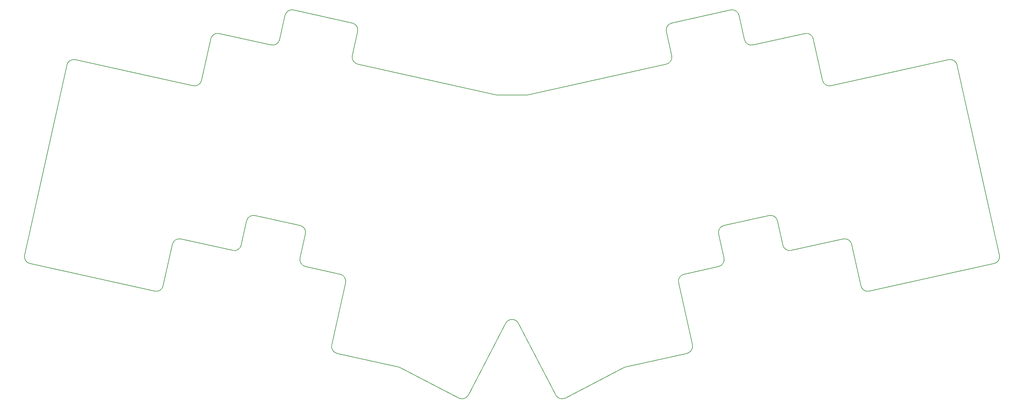
<source format=gbr>
%TF.GenerationSoftware,KiCad,Pcbnew,8.0.7*%
%TF.CreationDate,2025-03-02T16:24:29+01:00*%
%TF.ProjectId,pcb-adjusted,7063622d-6164-46a7-9573-7465642e6b69,v1.0.0*%
%TF.SameCoordinates,Original*%
%TF.FileFunction,Profile,NP*%
%FSLAX46Y46*%
G04 Gerber Fmt 4.6, Leading zero omitted, Abs format (unit mm)*
G04 Created by KiCad (PCBNEW 8.0.7) date 2025-03-02 16:24:29*
%MOMM*%
%LPD*%
G01*
G04 APERTURE LIST*
%TA.AperFunction,Profile*%
%ADD10C,0.150000*%
%TD*%
G04 APERTURE END LIST*
D10*
X143347793Y-98428983D02*
G75*
G02*
X140962323Y-99948684I-1952569J432859D01*
G01*
X302260060Y-154736440D02*
G75*
G02*
X304645515Y-156256154I432874J-1952579D01*
G01*
X276798287Y-99948695D02*
G75*
G02*
X274412855Y-98428974I-432854J1952579D01*
G01*
X205016808Y-114100668D02*
G75*
G02*
X204583920Y-114053246I27J1999741D01*
G01*
X136430994Y-148109534D02*
X149122849Y-150923249D01*
X134045531Y-149629246D02*
G75*
G02*
X136430996Y-148109526I1952597J-432879D01*
G01*
X283715080Y-149629241D02*
X285230153Y-156463325D01*
X160410143Y-164692657D02*
G75*
G02*
X161929792Y-167078118I-432897J-1952549D01*
G01*
X210654329Y-178542209D02*
X221205535Y-198810910D01*
X150642560Y-153308726D02*
X149127482Y-160142796D01*
X213176687Y-114053263D02*
G75*
G02*
X212743808Y-114100672I-432857J1952349D01*
G01*
X207106284Y-178542204D02*
G75*
G02*
X210654371Y-178542187I1774048J-923515D01*
G01*
X257350446Y-164692661D02*
X267113414Y-162528265D01*
X259726653Y-184651462D02*
G75*
G02*
X258206939Y-187036938I-1952622J-432864D01*
G01*
X252395515Y-96140131D02*
G75*
G02*
X253915211Y-93754609I1952622J432905D01*
G01*
X85755597Y-104098122D02*
X118949663Y-111457065D01*
X281329609Y-148109531D02*
G75*
G02*
X283715136Y-149629229I432927J-1952593D01*
G01*
X165369718Y-105359684D02*
X204583917Y-114053261D01*
X291442718Y-96702096D02*
G75*
G02*
X293828257Y-98221791I432920J-1952620D01*
G01*
X213176687Y-114053263D02*
X252390877Y-105359681D01*
X150647188Y-162528260D02*
X160410143Y-164692657D01*
X205016808Y-114100668D02*
X212743808Y-114100667D01*
X144862879Y-91594908D02*
G75*
G02*
X147248326Y-90075264I1952555J-432917D01*
G01*
X140962320Y-99948697D02*
X126317883Y-96702091D01*
X268637757Y-150923257D02*
X281329609Y-148109531D01*
X223903057Y-199661437D02*
X240464325Y-191040187D01*
X177296286Y-191040177D02*
X193857543Y-199661421D01*
X346294656Y-159314127D02*
G75*
G02*
X344774955Y-161699639I-1952634J-432888D01*
G01*
X123932411Y-98221811D02*
G75*
G02*
X126317883Y-96702091I1952616J-432907D01*
G01*
X196555074Y-198810905D02*
X207106277Y-178542207D01*
X158033954Y-184651459D02*
X161929865Y-167078134D01*
X298810937Y-111457070D02*
G75*
G02*
X296425466Y-109937368I-432909J1952548D01*
G01*
X110517792Y-167971706D02*
G75*
G02*
X108132330Y-169491372I-1952558J432888D01*
G01*
X83370125Y-105617838D02*
G75*
G02*
X85755598Y-104098118I1952600J-432882D01*
G01*
X196555074Y-198810905D02*
G75*
G02*
X193857525Y-199661456I-1774044J923479D01*
G01*
X309628273Y-169491423D02*
G75*
G02*
X307242833Y-167971698I-432842J1952607D01*
G01*
X332005002Y-104098122D02*
G75*
G02*
X334390536Y-105617828I432924J-1952604D01*
G01*
X72985662Y-161699591D02*
X108132320Y-169491417D01*
X71465949Y-159314124D02*
X83370125Y-105617838D01*
X72985668Y-161699586D02*
G75*
G02*
X71465973Y-159314129I432865J1952566D01*
G01*
X110517792Y-167971706D02*
X113115056Y-156256145D01*
X144862879Y-91594908D02*
X143347793Y-98428983D01*
X287615630Y-157983040D02*
X302260060Y-154736440D01*
X291442718Y-96702096D02*
X276798287Y-99948695D01*
X240464325Y-191040187D02*
G75*
G02*
X240954940Y-190861632I923407J-1773935D01*
G01*
X287615630Y-157983040D02*
G75*
G02*
X285230129Y-156463330I-432888J1952617D01*
G01*
X255830733Y-167078134D02*
X259726653Y-184651462D01*
X121335132Y-109937359D02*
G75*
G02*
X118949653Y-111457109I-1952594J432832D01*
G01*
X132530451Y-156463325D02*
X134045531Y-149629246D01*
X270512271Y-90075190D02*
G75*
G02*
X272897742Y-91594911I432853J-1952630D01*
G01*
X115500539Y-154736437D02*
X130144975Y-157983040D01*
X149122853Y-150923260D02*
G75*
G02*
X150642498Y-153308712I-432923J-1952561D01*
G01*
X268633126Y-160142779D02*
G75*
G02*
X267113429Y-162528333I-1952594J-432949D01*
G01*
X253910595Y-102974205D02*
G75*
G02*
X252390879Y-105359692I-1952558J-432913D01*
G01*
X165369718Y-105359684D02*
G75*
G02*
X163850056Y-102974229I432914J1952570D01*
G01*
X176805660Y-190861604D02*
G75*
G02*
X177296284Y-191040180I-432825J-1952420D01*
G01*
X163845377Y-93754673D02*
G75*
G02*
X165365057Y-96140119I-432841J-1952536D01*
G01*
X274412808Y-98428984D02*
X272897741Y-91594911D01*
X159553664Y-187036932D02*
G75*
G02*
X158033934Y-184651454I432869J1952601D01*
G01*
X309628273Y-169491423D02*
X344774942Y-161699582D01*
X334390470Y-105617843D02*
X346294656Y-159314121D01*
X150647188Y-162528260D02*
G75*
G02*
X149127395Y-160142777I432845J1952638D01*
G01*
X298810937Y-111457070D02*
X332005002Y-104098122D01*
X270512271Y-90075190D02*
X253915224Y-93754666D01*
X113115056Y-156256145D02*
G75*
G02*
X115500534Y-154736459I1952571J-432879D01*
G01*
X132530451Y-156463325D02*
G75*
G02*
X130144974Y-157983045I-1952612J432900D01*
G01*
X163850007Y-102974218D02*
X165365085Y-96140125D01*
X123932411Y-98221811D02*
X121335132Y-109937359D01*
X296425463Y-109937369D02*
X293828202Y-98221803D01*
X240954934Y-190861603D02*
X258206937Y-187036930D01*
X223903057Y-199661437D02*
G75*
G02*
X221205506Y-198810925I-923524J1774017D01*
G01*
X163845377Y-93754673D02*
X147248341Y-90075197D01*
X267118057Y-153308723D02*
G75*
G02*
X268637755Y-150923247I1952573J432898D01*
G01*
X255830733Y-167078134D02*
G75*
G02*
X257350434Y-164692608I1952605J432918D01*
G01*
X268633126Y-160142779D02*
X267118044Y-153308725D01*
X304645537Y-156256149D02*
X307242817Y-167971702D01*
X159553666Y-187036935D02*
X176805660Y-190861604D01*
X252395521Y-96140137D02*
X253910595Y-102974205D01*
M02*

</source>
